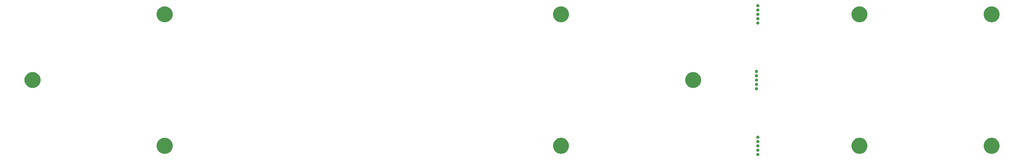
<source format=gbr>
G04 #@! TF.GenerationSoftware,KiCad,Pcbnew,(5.1.2-1)-1*
G04 #@! TF.CreationDate,2020-02-22T12:26:48-06:00*
G04 #@! TF.ProjectId,therick64BA_top_plate,74686572-6963-46b3-9634-42415f746f70,rev?*
G04 #@! TF.SameCoordinates,Original*
G04 #@! TF.FileFunction,Soldermask,Top*
G04 #@! TF.FilePolarity,Negative*
%FSLAX46Y46*%
G04 Gerber Fmt 4.6, Leading zero omitted, Abs format (unit mm)*
G04 Created by KiCad (PCBNEW (5.1.2-1)-1) date 2020-02-22 12:26:48*
%MOMM*%
%LPD*%
G04 APERTURE LIST*
%ADD10C,0.100000*%
G04 APERTURE END LIST*
D10*
G36*
X273731552Y-93646331D02*
G01*
X273813627Y-93680328D01*
X273813629Y-93680329D01*
X273850813Y-93705175D01*
X273887495Y-93729685D01*
X273950315Y-93792505D01*
X273999672Y-93866373D01*
X274033669Y-93948448D01*
X274051000Y-94035579D01*
X274051000Y-94124421D01*
X274033669Y-94211552D01*
X273999672Y-94293627D01*
X273999671Y-94293629D01*
X273950314Y-94367496D01*
X273887496Y-94430314D01*
X273813629Y-94479671D01*
X273813628Y-94479672D01*
X273813627Y-94479672D01*
X273731552Y-94513669D01*
X273644421Y-94531000D01*
X273555579Y-94531000D01*
X273468448Y-94513669D01*
X273386373Y-94479672D01*
X273386372Y-94479672D01*
X273386371Y-94479671D01*
X273312504Y-94430314D01*
X273249686Y-94367496D01*
X273200329Y-94293629D01*
X273200328Y-94293627D01*
X273166331Y-94211552D01*
X273149000Y-94124421D01*
X273149000Y-94035579D01*
X273166331Y-93948448D01*
X273200328Y-93866373D01*
X273249685Y-93792505D01*
X273312505Y-93729685D01*
X273349187Y-93705175D01*
X273386371Y-93680329D01*
X273386373Y-93680328D01*
X273468448Y-93646331D01*
X273555579Y-93629000D01*
X273644421Y-93629000D01*
X273731552Y-93646331D01*
X273731552Y-93646331D01*
G37*
G36*
X303308903Y-89323213D02*
G01*
X303531177Y-89367426D01*
X303949932Y-89540880D01*
X304326802Y-89792696D01*
X304647304Y-90113198D01*
X304899120Y-90490068D01*
X305072574Y-90908823D01*
X305161000Y-91353371D01*
X305161000Y-91806629D01*
X305072574Y-92251177D01*
X304899120Y-92669932D01*
X304647304Y-93046802D01*
X304326802Y-93367304D01*
X303949932Y-93619120D01*
X303531177Y-93792574D01*
X303308903Y-93836787D01*
X303086630Y-93881000D01*
X302633370Y-93881000D01*
X302411097Y-93836787D01*
X302188823Y-93792574D01*
X301770068Y-93619120D01*
X301393198Y-93367304D01*
X301072696Y-93046802D01*
X300820880Y-92669932D01*
X300647426Y-92251177D01*
X300559000Y-91806629D01*
X300559000Y-91353371D01*
X300647426Y-90908823D01*
X300820880Y-90490068D01*
X301072696Y-90113198D01*
X301393198Y-89792696D01*
X301770068Y-89540880D01*
X302188823Y-89367426D01*
X302411097Y-89323213D01*
X302633370Y-89279000D01*
X303086630Y-89279000D01*
X303308903Y-89323213D01*
X303308903Y-89323213D01*
G37*
G36*
X217428903Y-89323213D02*
G01*
X217651177Y-89367426D01*
X218069932Y-89540880D01*
X218446802Y-89792696D01*
X218767304Y-90113198D01*
X219019120Y-90490068D01*
X219192574Y-90908823D01*
X219281000Y-91353371D01*
X219281000Y-91806629D01*
X219192574Y-92251177D01*
X219019120Y-92669932D01*
X218767304Y-93046802D01*
X218446802Y-93367304D01*
X218069932Y-93619120D01*
X217651177Y-93792574D01*
X217428903Y-93836787D01*
X217206630Y-93881000D01*
X216753370Y-93881000D01*
X216531097Y-93836787D01*
X216308823Y-93792574D01*
X215890068Y-93619120D01*
X215513198Y-93367304D01*
X215192696Y-93046802D01*
X214940880Y-92669932D01*
X214767426Y-92251177D01*
X214679000Y-91806629D01*
X214679000Y-91353371D01*
X214767426Y-90908823D01*
X214940880Y-90490068D01*
X215192696Y-90113198D01*
X215513198Y-89792696D01*
X215890068Y-89540880D01*
X216308823Y-89367426D01*
X216531097Y-89323213D01*
X216753370Y-89279000D01*
X217206630Y-89279000D01*
X217428903Y-89323213D01*
X217428903Y-89323213D01*
G37*
G36*
X103428903Y-89323213D02*
G01*
X103651177Y-89367426D01*
X104069932Y-89540880D01*
X104446802Y-89792696D01*
X104767304Y-90113198D01*
X105019120Y-90490068D01*
X105192574Y-90908823D01*
X105281000Y-91353371D01*
X105281000Y-91806629D01*
X105192574Y-92251177D01*
X105019120Y-92669932D01*
X104767304Y-93046802D01*
X104446802Y-93367304D01*
X104069932Y-93619120D01*
X103651177Y-93792574D01*
X103428903Y-93836787D01*
X103206630Y-93881000D01*
X102753370Y-93881000D01*
X102531097Y-93836787D01*
X102308823Y-93792574D01*
X101890068Y-93619120D01*
X101513198Y-93367304D01*
X101192696Y-93046802D01*
X100940880Y-92669932D01*
X100767426Y-92251177D01*
X100679000Y-91806629D01*
X100679000Y-91353371D01*
X100767426Y-90908823D01*
X100940880Y-90490068D01*
X101192696Y-90113198D01*
X101513198Y-89792696D01*
X101890068Y-89540880D01*
X102308823Y-89367426D01*
X102531097Y-89323213D01*
X102753370Y-89279000D01*
X103206630Y-89279000D01*
X103428903Y-89323213D01*
X103428903Y-89323213D01*
G37*
G36*
X341308903Y-89323213D02*
G01*
X341531177Y-89367426D01*
X341949932Y-89540880D01*
X342326802Y-89792696D01*
X342647304Y-90113198D01*
X342899120Y-90490068D01*
X343072574Y-90908823D01*
X343161000Y-91353371D01*
X343161000Y-91806629D01*
X343072574Y-92251177D01*
X342899120Y-92669932D01*
X342647304Y-93046802D01*
X342326802Y-93367304D01*
X341949932Y-93619120D01*
X341531177Y-93792574D01*
X341308903Y-93836787D01*
X341086630Y-93881000D01*
X340633370Y-93881000D01*
X340411097Y-93836787D01*
X340188823Y-93792574D01*
X339770068Y-93619120D01*
X339393198Y-93367304D01*
X339072696Y-93046802D01*
X338820880Y-92669932D01*
X338647426Y-92251177D01*
X338559000Y-91806629D01*
X338559000Y-91353371D01*
X338647426Y-90908823D01*
X338820880Y-90490068D01*
X339072696Y-90113198D01*
X339393198Y-89792696D01*
X339770068Y-89540880D01*
X340188823Y-89367426D01*
X340411097Y-89323213D01*
X340633370Y-89279000D01*
X341086630Y-89279000D01*
X341308903Y-89323213D01*
X341308903Y-89323213D01*
G37*
G36*
X273731552Y-92396331D02*
G01*
X273813627Y-92430328D01*
X273813629Y-92430329D01*
X273850813Y-92455175D01*
X273887495Y-92479685D01*
X273950315Y-92542505D01*
X273999672Y-92616373D01*
X274033669Y-92698448D01*
X274051000Y-92785579D01*
X274051000Y-92874421D01*
X274033669Y-92961552D01*
X273999672Y-93043627D01*
X273999671Y-93043629D01*
X273950314Y-93117496D01*
X273887496Y-93180314D01*
X273813629Y-93229671D01*
X273813628Y-93229672D01*
X273813627Y-93229672D01*
X273731552Y-93263669D01*
X273644421Y-93281000D01*
X273555579Y-93281000D01*
X273468448Y-93263669D01*
X273386373Y-93229672D01*
X273386372Y-93229672D01*
X273386371Y-93229671D01*
X273312504Y-93180314D01*
X273249686Y-93117496D01*
X273200329Y-93043629D01*
X273200328Y-93043627D01*
X273166331Y-92961552D01*
X273149000Y-92874421D01*
X273149000Y-92785579D01*
X273166331Y-92698448D01*
X273200328Y-92616373D01*
X273249685Y-92542505D01*
X273312505Y-92479685D01*
X273349187Y-92455175D01*
X273386371Y-92430329D01*
X273386373Y-92430328D01*
X273468448Y-92396331D01*
X273555579Y-92379000D01*
X273644421Y-92379000D01*
X273731552Y-92396331D01*
X273731552Y-92396331D01*
G37*
G36*
X273731552Y-91146331D02*
G01*
X273813627Y-91180328D01*
X273813629Y-91180329D01*
X273887496Y-91229686D01*
X273950314Y-91292504D01*
X273990985Y-91353371D01*
X273999672Y-91366373D01*
X274033669Y-91448448D01*
X274051000Y-91535579D01*
X274051000Y-91624421D01*
X274033669Y-91711552D01*
X273999672Y-91793627D01*
X273999671Y-91793629D01*
X273950314Y-91867496D01*
X273887496Y-91930314D01*
X273813629Y-91979671D01*
X273813628Y-91979672D01*
X273813627Y-91979672D01*
X273731552Y-92013669D01*
X273644421Y-92031000D01*
X273555579Y-92031000D01*
X273468448Y-92013669D01*
X273386373Y-91979672D01*
X273386372Y-91979672D01*
X273386371Y-91979671D01*
X273312504Y-91930314D01*
X273249686Y-91867496D01*
X273200329Y-91793629D01*
X273200328Y-91793627D01*
X273166331Y-91711552D01*
X273149000Y-91624421D01*
X273149000Y-91535579D01*
X273166331Y-91448448D01*
X273200328Y-91366373D01*
X273209016Y-91353371D01*
X273249686Y-91292504D01*
X273312504Y-91229686D01*
X273386371Y-91180329D01*
X273386373Y-91180328D01*
X273468448Y-91146331D01*
X273555579Y-91129000D01*
X273644421Y-91129000D01*
X273731552Y-91146331D01*
X273731552Y-91146331D01*
G37*
G36*
X273731552Y-89896331D02*
G01*
X273813627Y-89930328D01*
X273813629Y-89930329D01*
X273887496Y-89979686D01*
X273950314Y-90042504D01*
X273997552Y-90113199D01*
X273999672Y-90116373D01*
X274033669Y-90198448D01*
X274051000Y-90285579D01*
X274051000Y-90374421D01*
X274033669Y-90461552D01*
X274021856Y-90490070D01*
X273999671Y-90543629D01*
X273950314Y-90617496D01*
X273887496Y-90680314D01*
X273813629Y-90729671D01*
X273813628Y-90729672D01*
X273813627Y-90729672D01*
X273731552Y-90763669D01*
X273644421Y-90781000D01*
X273555579Y-90781000D01*
X273468448Y-90763669D01*
X273386373Y-90729672D01*
X273386372Y-90729672D01*
X273386371Y-90729671D01*
X273312504Y-90680314D01*
X273249686Y-90617496D01*
X273200329Y-90543629D01*
X273178144Y-90490070D01*
X273166331Y-90461552D01*
X273149000Y-90374421D01*
X273149000Y-90285579D01*
X273166331Y-90198448D01*
X273200328Y-90116373D01*
X273202449Y-90113199D01*
X273249686Y-90042504D01*
X273312504Y-89979686D01*
X273386371Y-89930329D01*
X273386373Y-89930328D01*
X273468448Y-89896331D01*
X273555579Y-89879000D01*
X273644421Y-89879000D01*
X273731552Y-89896331D01*
X273731552Y-89896331D01*
G37*
G36*
X273731552Y-88646331D02*
G01*
X273813627Y-88680328D01*
X273813629Y-88680329D01*
X273850813Y-88705175D01*
X273887495Y-88729685D01*
X273950315Y-88792505D01*
X273999672Y-88866373D01*
X274033669Y-88948448D01*
X274051000Y-89035579D01*
X274051000Y-89124421D01*
X274033669Y-89211552D01*
X273999672Y-89293627D01*
X273999671Y-89293629D01*
X273950314Y-89367496D01*
X273887496Y-89430314D01*
X273813629Y-89479671D01*
X273813628Y-89479672D01*
X273813627Y-89479672D01*
X273731552Y-89513669D01*
X273644421Y-89531000D01*
X273555579Y-89531000D01*
X273468448Y-89513669D01*
X273386373Y-89479672D01*
X273386372Y-89479672D01*
X273386371Y-89479671D01*
X273312504Y-89430314D01*
X273249686Y-89367496D01*
X273200329Y-89293629D01*
X273200328Y-89293627D01*
X273166331Y-89211552D01*
X273149000Y-89124421D01*
X273149000Y-89035579D01*
X273166331Y-88948448D01*
X273200328Y-88866373D01*
X273249685Y-88792505D01*
X273312505Y-88729685D01*
X273349187Y-88705175D01*
X273386371Y-88680329D01*
X273386373Y-88680328D01*
X273468448Y-88646331D01*
X273555579Y-88629000D01*
X273644421Y-88629000D01*
X273731552Y-88646331D01*
X273731552Y-88646331D01*
G37*
G36*
X273351552Y-74646331D02*
G01*
X273433627Y-74680328D01*
X273433629Y-74680329D01*
X273470813Y-74705175D01*
X273507495Y-74729685D01*
X273570315Y-74792505D01*
X273619672Y-74866373D01*
X273653669Y-74948448D01*
X273671000Y-75035579D01*
X273671000Y-75124421D01*
X273653669Y-75211552D01*
X273619672Y-75293627D01*
X273619671Y-75293629D01*
X273570314Y-75367496D01*
X273507496Y-75430314D01*
X273433629Y-75479671D01*
X273433628Y-75479672D01*
X273433627Y-75479672D01*
X273351552Y-75513669D01*
X273264421Y-75531000D01*
X273175579Y-75531000D01*
X273088448Y-75513669D01*
X273006373Y-75479672D01*
X273006372Y-75479672D01*
X273006371Y-75479671D01*
X272932504Y-75430314D01*
X272869686Y-75367496D01*
X272820329Y-75293629D01*
X272820328Y-75293627D01*
X272786331Y-75211552D01*
X272769000Y-75124421D01*
X272769000Y-75035579D01*
X272786331Y-74948448D01*
X272820328Y-74866373D01*
X272869685Y-74792505D01*
X272932505Y-74729685D01*
X272969187Y-74705175D01*
X273006371Y-74680329D01*
X273006373Y-74680328D01*
X273088448Y-74646331D01*
X273175579Y-74629000D01*
X273264421Y-74629000D01*
X273351552Y-74646331D01*
X273351552Y-74646331D01*
G37*
G36*
X65428903Y-70323213D02*
G01*
X65651177Y-70367426D01*
X66069932Y-70540880D01*
X66446802Y-70792696D01*
X66767304Y-71113198D01*
X67019120Y-71490068D01*
X67192574Y-71908823D01*
X67281000Y-72353371D01*
X67281000Y-72806629D01*
X67192574Y-73251177D01*
X67019120Y-73669932D01*
X66767304Y-74046802D01*
X66446802Y-74367304D01*
X66069932Y-74619120D01*
X65651177Y-74792574D01*
X65428903Y-74836787D01*
X65206630Y-74881000D01*
X64753370Y-74881000D01*
X64531097Y-74836787D01*
X64308823Y-74792574D01*
X63890068Y-74619120D01*
X63513198Y-74367304D01*
X63192696Y-74046802D01*
X62940880Y-73669932D01*
X62767426Y-73251177D01*
X62679000Y-72806629D01*
X62679000Y-72353371D01*
X62767426Y-71908823D01*
X62940880Y-71490068D01*
X63192696Y-71113198D01*
X63513198Y-70792696D01*
X63890068Y-70540880D01*
X64308823Y-70367426D01*
X64531097Y-70323213D01*
X64753370Y-70279000D01*
X65206630Y-70279000D01*
X65428903Y-70323213D01*
X65428903Y-70323213D01*
G37*
G36*
X255428903Y-70323213D02*
G01*
X255651177Y-70367426D01*
X256069932Y-70540880D01*
X256446802Y-70792696D01*
X256767304Y-71113198D01*
X257019120Y-71490068D01*
X257192574Y-71908823D01*
X257281000Y-72353371D01*
X257281000Y-72806629D01*
X257192574Y-73251177D01*
X257019120Y-73669932D01*
X256767304Y-74046802D01*
X256446802Y-74367304D01*
X256069932Y-74619120D01*
X255651177Y-74792574D01*
X255428903Y-74836787D01*
X255206630Y-74881000D01*
X254753370Y-74881000D01*
X254531097Y-74836787D01*
X254308823Y-74792574D01*
X253890068Y-74619120D01*
X253513198Y-74367304D01*
X253192696Y-74046802D01*
X252940880Y-73669932D01*
X252767426Y-73251177D01*
X252679000Y-72806629D01*
X252679000Y-72353371D01*
X252767426Y-71908823D01*
X252940880Y-71490068D01*
X253192696Y-71113198D01*
X253513198Y-70792696D01*
X253890068Y-70540880D01*
X254308823Y-70367426D01*
X254531097Y-70323213D01*
X254753370Y-70279000D01*
X255206630Y-70279000D01*
X255428903Y-70323213D01*
X255428903Y-70323213D01*
G37*
G36*
X273351552Y-73396331D02*
G01*
X273433627Y-73430328D01*
X273433629Y-73430329D01*
X273470813Y-73455175D01*
X273507495Y-73479685D01*
X273570315Y-73542505D01*
X273619672Y-73616373D01*
X273653669Y-73698448D01*
X273671000Y-73785579D01*
X273671000Y-73874421D01*
X273653669Y-73961552D01*
X273619672Y-74043627D01*
X273619671Y-74043629D01*
X273570314Y-74117496D01*
X273507496Y-74180314D01*
X273433629Y-74229671D01*
X273433628Y-74229672D01*
X273433627Y-74229672D01*
X273351552Y-74263669D01*
X273264421Y-74281000D01*
X273175579Y-74281000D01*
X273088448Y-74263669D01*
X273006373Y-74229672D01*
X273006372Y-74229672D01*
X273006371Y-74229671D01*
X272932504Y-74180314D01*
X272869686Y-74117496D01*
X272820329Y-74043629D01*
X272820328Y-74043627D01*
X272786331Y-73961552D01*
X272769000Y-73874421D01*
X272769000Y-73785579D01*
X272786331Y-73698448D01*
X272820328Y-73616373D01*
X272869685Y-73542505D01*
X272932505Y-73479685D01*
X272969187Y-73455175D01*
X273006371Y-73430329D01*
X273006373Y-73430328D01*
X273088448Y-73396331D01*
X273175579Y-73379000D01*
X273264421Y-73379000D01*
X273351552Y-73396331D01*
X273351552Y-73396331D01*
G37*
G36*
X273351552Y-72146331D02*
G01*
X273433627Y-72180328D01*
X273433629Y-72180329D01*
X273507496Y-72229686D01*
X273570314Y-72292504D01*
X273610985Y-72353371D01*
X273619672Y-72366373D01*
X273653669Y-72448448D01*
X273671000Y-72535579D01*
X273671000Y-72624421D01*
X273653669Y-72711552D01*
X273619672Y-72793627D01*
X273619671Y-72793629D01*
X273570314Y-72867496D01*
X273507496Y-72930314D01*
X273433629Y-72979671D01*
X273433628Y-72979672D01*
X273433627Y-72979672D01*
X273351552Y-73013669D01*
X273264421Y-73031000D01*
X273175579Y-73031000D01*
X273088448Y-73013669D01*
X273006373Y-72979672D01*
X273006372Y-72979672D01*
X273006371Y-72979671D01*
X272932504Y-72930314D01*
X272869686Y-72867496D01*
X272820329Y-72793629D01*
X272820328Y-72793627D01*
X272786331Y-72711552D01*
X272769000Y-72624421D01*
X272769000Y-72535579D01*
X272786331Y-72448448D01*
X272820328Y-72366373D01*
X272829016Y-72353371D01*
X272869686Y-72292504D01*
X272932504Y-72229686D01*
X273006371Y-72180329D01*
X273006373Y-72180328D01*
X273088448Y-72146331D01*
X273175579Y-72129000D01*
X273264421Y-72129000D01*
X273351552Y-72146331D01*
X273351552Y-72146331D01*
G37*
G36*
X273351552Y-70896331D02*
G01*
X273433627Y-70930328D01*
X273433629Y-70930329D01*
X273507496Y-70979686D01*
X273570314Y-71042504D01*
X273617552Y-71113199D01*
X273619672Y-71116373D01*
X273653669Y-71198448D01*
X273671000Y-71285579D01*
X273671000Y-71374421D01*
X273653669Y-71461552D01*
X273641856Y-71490070D01*
X273619671Y-71543629D01*
X273570314Y-71617496D01*
X273507496Y-71680314D01*
X273433629Y-71729671D01*
X273433628Y-71729672D01*
X273433627Y-71729672D01*
X273351552Y-71763669D01*
X273264421Y-71781000D01*
X273175579Y-71781000D01*
X273088448Y-71763669D01*
X273006373Y-71729672D01*
X273006372Y-71729672D01*
X273006371Y-71729671D01*
X272932504Y-71680314D01*
X272869686Y-71617496D01*
X272820329Y-71543629D01*
X272798144Y-71490070D01*
X272786331Y-71461552D01*
X272769000Y-71374421D01*
X272769000Y-71285579D01*
X272786331Y-71198448D01*
X272820328Y-71116373D01*
X272822449Y-71113199D01*
X272869686Y-71042504D01*
X272932504Y-70979686D01*
X273006371Y-70930329D01*
X273006373Y-70930328D01*
X273088448Y-70896331D01*
X273175579Y-70879000D01*
X273264421Y-70879000D01*
X273351552Y-70896331D01*
X273351552Y-70896331D01*
G37*
G36*
X273351552Y-69646331D02*
G01*
X273433627Y-69680328D01*
X273433629Y-69680329D01*
X273470813Y-69705175D01*
X273507495Y-69729685D01*
X273570315Y-69792505D01*
X273619672Y-69866373D01*
X273653669Y-69948448D01*
X273671000Y-70035579D01*
X273671000Y-70124421D01*
X273653669Y-70211552D01*
X273619672Y-70293627D01*
X273619671Y-70293629D01*
X273570314Y-70367496D01*
X273507496Y-70430314D01*
X273433629Y-70479671D01*
X273433628Y-70479672D01*
X273433627Y-70479672D01*
X273351552Y-70513669D01*
X273264421Y-70531000D01*
X273175579Y-70531000D01*
X273088448Y-70513669D01*
X273006373Y-70479672D01*
X273006372Y-70479672D01*
X273006371Y-70479671D01*
X272932504Y-70430314D01*
X272869686Y-70367496D01*
X272820329Y-70293629D01*
X272820328Y-70293627D01*
X272786331Y-70211552D01*
X272769000Y-70124421D01*
X272769000Y-70035579D01*
X272786331Y-69948448D01*
X272820328Y-69866373D01*
X272869685Y-69792505D01*
X272932505Y-69729685D01*
X272969187Y-69705175D01*
X273006371Y-69680329D01*
X273006373Y-69680328D01*
X273088448Y-69646331D01*
X273175579Y-69629000D01*
X273264421Y-69629000D01*
X273351552Y-69646331D01*
X273351552Y-69646331D01*
G37*
G36*
X273731552Y-55646331D02*
G01*
X273813627Y-55680328D01*
X273813629Y-55680329D01*
X273850813Y-55705175D01*
X273887495Y-55729685D01*
X273950315Y-55792505D01*
X273999672Y-55866373D01*
X274033669Y-55948448D01*
X274051000Y-56035579D01*
X274051000Y-56124421D01*
X274033669Y-56211552D01*
X273999672Y-56293627D01*
X273999671Y-56293629D01*
X273950314Y-56367496D01*
X273887496Y-56430314D01*
X273813629Y-56479671D01*
X273813628Y-56479672D01*
X273813627Y-56479672D01*
X273731552Y-56513669D01*
X273644421Y-56531000D01*
X273555579Y-56531000D01*
X273468448Y-56513669D01*
X273386373Y-56479672D01*
X273386372Y-56479672D01*
X273386371Y-56479671D01*
X273312504Y-56430314D01*
X273249686Y-56367496D01*
X273200329Y-56293629D01*
X273200328Y-56293627D01*
X273166331Y-56211552D01*
X273149000Y-56124421D01*
X273149000Y-56035579D01*
X273166331Y-55948448D01*
X273200328Y-55866373D01*
X273249685Y-55792505D01*
X273312505Y-55729685D01*
X273349187Y-55705175D01*
X273386371Y-55680329D01*
X273386373Y-55680328D01*
X273468448Y-55646331D01*
X273555579Y-55629000D01*
X273644421Y-55629000D01*
X273731552Y-55646331D01*
X273731552Y-55646331D01*
G37*
G36*
X217428903Y-51323213D02*
G01*
X217651177Y-51367426D01*
X218069932Y-51540880D01*
X218446802Y-51792696D01*
X218767304Y-52113198D01*
X219019120Y-52490068D01*
X219192574Y-52908823D01*
X219281000Y-53353371D01*
X219281000Y-53806629D01*
X219192574Y-54251177D01*
X219019120Y-54669932D01*
X218767304Y-55046802D01*
X218446802Y-55367304D01*
X218069932Y-55619120D01*
X217651177Y-55792574D01*
X217428903Y-55836787D01*
X217206630Y-55881000D01*
X216753370Y-55881000D01*
X216531097Y-55836787D01*
X216308823Y-55792574D01*
X215890068Y-55619120D01*
X215513198Y-55367304D01*
X215192696Y-55046802D01*
X214940880Y-54669932D01*
X214767426Y-54251177D01*
X214679000Y-53806629D01*
X214679000Y-53353371D01*
X214767426Y-52908823D01*
X214940880Y-52490068D01*
X215192696Y-52113198D01*
X215513198Y-51792696D01*
X215890068Y-51540880D01*
X216308823Y-51367426D01*
X216531097Y-51323213D01*
X216753370Y-51279000D01*
X217206630Y-51279000D01*
X217428903Y-51323213D01*
X217428903Y-51323213D01*
G37*
G36*
X303308903Y-51323213D02*
G01*
X303531177Y-51367426D01*
X303949932Y-51540880D01*
X304326802Y-51792696D01*
X304647304Y-52113198D01*
X304899120Y-52490068D01*
X305072574Y-52908823D01*
X305161000Y-53353371D01*
X305161000Y-53806629D01*
X305072574Y-54251177D01*
X304899120Y-54669932D01*
X304647304Y-55046802D01*
X304326802Y-55367304D01*
X303949932Y-55619120D01*
X303531177Y-55792574D01*
X303308903Y-55836787D01*
X303086630Y-55881000D01*
X302633370Y-55881000D01*
X302411097Y-55836787D01*
X302188823Y-55792574D01*
X301770068Y-55619120D01*
X301393198Y-55367304D01*
X301072696Y-55046802D01*
X300820880Y-54669932D01*
X300647426Y-54251177D01*
X300559000Y-53806629D01*
X300559000Y-53353371D01*
X300647426Y-52908823D01*
X300820880Y-52490068D01*
X301072696Y-52113198D01*
X301393198Y-51792696D01*
X301770068Y-51540880D01*
X302188823Y-51367426D01*
X302411097Y-51323213D01*
X302633370Y-51279000D01*
X303086630Y-51279000D01*
X303308903Y-51323213D01*
X303308903Y-51323213D01*
G37*
G36*
X341308903Y-51323213D02*
G01*
X341531177Y-51367426D01*
X341949932Y-51540880D01*
X342326802Y-51792696D01*
X342647304Y-52113198D01*
X342899120Y-52490068D01*
X343072574Y-52908823D01*
X343161000Y-53353371D01*
X343161000Y-53806629D01*
X343072574Y-54251177D01*
X342899120Y-54669932D01*
X342647304Y-55046802D01*
X342326802Y-55367304D01*
X341949932Y-55619120D01*
X341531177Y-55792574D01*
X341308903Y-55836787D01*
X341086630Y-55881000D01*
X340633370Y-55881000D01*
X340411097Y-55836787D01*
X340188823Y-55792574D01*
X339770068Y-55619120D01*
X339393198Y-55367304D01*
X339072696Y-55046802D01*
X338820880Y-54669932D01*
X338647426Y-54251177D01*
X338559000Y-53806629D01*
X338559000Y-53353371D01*
X338647426Y-52908823D01*
X338820880Y-52490068D01*
X339072696Y-52113198D01*
X339393198Y-51792696D01*
X339770068Y-51540880D01*
X340188823Y-51367426D01*
X340411097Y-51323213D01*
X340633370Y-51279000D01*
X341086630Y-51279000D01*
X341308903Y-51323213D01*
X341308903Y-51323213D01*
G37*
G36*
X103428903Y-51323213D02*
G01*
X103651177Y-51367426D01*
X104069932Y-51540880D01*
X104446802Y-51792696D01*
X104767304Y-52113198D01*
X105019120Y-52490068D01*
X105192574Y-52908823D01*
X105281000Y-53353371D01*
X105281000Y-53806629D01*
X105192574Y-54251177D01*
X105019120Y-54669932D01*
X104767304Y-55046802D01*
X104446802Y-55367304D01*
X104069932Y-55619120D01*
X103651177Y-55792574D01*
X103428903Y-55836787D01*
X103206630Y-55881000D01*
X102753370Y-55881000D01*
X102531097Y-55836787D01*
X102308823Y-55792574D01*
X101890068Y-55619120D01*
X101513198Y-55367304D01*
X101192696Y-55046802D01*
X100940880Y-54669932D01*
X100767426Y-54251177D01*
X100679000Y-53806629D01*
X100679000Y-53353371D01*
X100767426Y-52908823D01*
X100940880Y-52490068D01*
X101192696Y-52113198D01*
X101513198Y-51792696D01*
X101890068Y-51540880D01*
X102308823Y-51367426D01*
X102531097Y-51323213D01*
X102753370Y-51279000D01*
X103206630Y-51279000D01*
X103428903Y-51323213D01*
X103428903Y-51323213D01*
G37*
G36*
X273731552Y-54396331D02*
G01*
X273813627Y-54430328D01*
X273813629Y-54430329D01*
X273850813Y-54455175D01*
X273887495Y-54479685D01*
X273950315Y-54542505D01*
X273999672Y-54616373D01*
X274033669Y-54698448D01*
X274051000Y-54785579D01*
X274051000Y-54874421D01*
X274033669Y-54961552D01*
X273999672Y-55043627D01*
X273999671Y-55043629D01*
X273950314Y-55117496D01*
X273887496Y-55180314D01*
X273813629Y-55229671D01*
X273813628Y-55229672D01*
X273813627Y-55229672D01*
X273731552Y-55263669D01*
X273644421Y-55281000D01*
X273555579Y-55281000D01*
X273468448Y-55263669D01*
X273386373Y-55229672D01*
X273386372Y-55229672D01*
X273386371Y-55229671D01*
X273312504Y-55180314D01*
X273249686Y-55117496D01*
X273200329Y-55043629D01*
X273200328Y-55043627D01*
X273166331Y-54961552D01*
X273149000Y-54874421D01*
X273149000Y-54785579D01*
X273166331Y-54698448D01*
X273200328Y-54616373D01*
X273249685Y-54542505D01*
X273312505Y-54479685D01*
X273349187Y-54455175D01*
X273386371Y-54430329D01*
X273386373Y-54430328D01*
X273468448Y-54396331D01*
X273555579Y-54379000D01*
X273644421Y-54379000D01*
X273731552Y-54396331D01*
X273731552Y-54396331D01*
G37*
G36*
X273731552Y-53146331D02*
G01*
X273813627Y-53180328D01*
X273813629Y-53180329D01*
X273887496Y-53229686D01*
X273950314Y-53292504D01*
X273990985Y-53353371D01*
X273999672Y-53366373D01*
X274033669Y-53448448D01*
X274051000Y-53535579D01*
X274051000Y-53624421D01*
X274033669Y-53711552D01*
X273999672Y-53793627D01*
X273999671Y-53793629D01*
X273950314Y-53867496D01*
X273887496Y-53930314D01*
X273813629Y-53979671D01*
X273813628Y-53979672D01*
X273813627Y-53979672D01*
X273731552Y-54013669D01*
X273644421Y-54031000D01*
X273555579Y-54031000D01*
X273468448Y-54013669D01*
X273386373Y-53979672D01*
X273386372Y-53979672D01*
X273386371Y-53979671D01*
X273312504Y-53930314D01*
X273249686Y-53867496D01*
X273200329Y-53793629D01*
X273200328Y-53793627D01*
X273166331Y-53711552D01*
X273149000Y-53624421D01*
X273149000Y-53535579D01*
X273166331Y-53448448D01*
X273200328Y-53366373D01*
X273209016Y-53353371D01*
X273249686Y-53292504D01*
X273312504Y-53229686D01*
X273386371Y-53180329D01*
X273386373Y-53180328D01*
X273468448Y-53146331D01*
X273555579Y-53129000D01*
X273644421Y-53129000D01*
X273731552Y-53146331D01*
X273731552Y-53146331D01*
G37*
G36*
X273731552Y-51896331D02*
G01*
X273813627Y-51930328D01*
X273813629Y-51930329D01*
X273887496Y-51979686D01*
X273950314Y-52042504D01*
X273997552Y-52113199D01*
X273999672Y-52116373D01*
X274033669Y-52198448D01*
X274051000Y-52285579D01*
X274051000Y-52374421D01*
X274033669Y-52461552D01*
X274021856Y-52490070D01*
X273999671Y-52543629D01*
X273950314Y-52617496D01*
X273887496Y-52680314D01*
X273813629Y-52729671D01*
X273813628Y-52729672D01*
X273813627Y-52729672D01*
X273731552Y-52763669D01*
X273644421Y-52781000D01*
X273555579Y-52781000D01*
X273468448Y-52763669D01*
X273386373Y-52729672D01*
X273386372Y-52729672D01*
X273386371Y-52729671D01*
X273312504Y-52680314D01*
X273249686Y-52617496D01*
X273200329Y-52543629D01*
X273178144Y-52490070D01*
X273166331Y-52461552D01*
X273149000Y-52374421D01*
X273149000Y-52285579D01*
X273166331Y-52198448D01*
X273200328Y-52116373D01*
X273202449Y-52113199D01*
X273249686Y-52042504D01*
X273312504Y-51979686D01*
X273386371Y-51930329D01*
X273386373Y-51930328D01*
X273468448Y-51896331D01*
X273555579Y-51879000D01*
X273644421Y-51879000D01*
X273731552Y-51896331D01*
X273731552Y-51896331D01*
G37*
G36*
X273731552Y-50646331D02*
G01*
X273813627Y-50680328D01*
X273813629Y-50680329D01*
X273850813Y-50705175D01*
X273887495Y-50729685D01*
X273950315Y-50792505D01*
X273999672Y-50866373D01*
X274033669Y-50948448D01*
X274051000Y-51035579D01*
X274051000Y-51124421D01*
X274033669Y-51211552D01*
X273999672Y-51293627D01*
X273999671Y-51293629D01*
X273950314Y-51367496D01*
X273887496Y-51430314D01*
X273813629Y-51479671D01*
X273813628Y-51479672D01*
X273813627Y-51479672D01*
X273731552Y-51513669D01*
X273644421Y-51531000D01*
X273555579Y-51531000D01*
X273468448Y-51513669D01*
X273386373Y-51479672D01*
X273386372Y-51479672D01*
X273386371Y-51479671D01*
X273312504Y-51430314D01*
X273249686Y-51367496D01*
X273200329Y-51293629D01*
X273200328Y-51293627D01*
X273166331Y-51211552D01*
X273149000Y-51124421D01*
X273149000Y-51035579D01*
X273166331Y-50948448D01*
X273200328Y-50866373D01*
X273249685Y-50792505D01*
X273312505Y-50729685D01*
X273349187Y-50705175D01*
X273386371Y-50680329D01*
X273386373Y-50680328D01*
X273468448Y-50646331D01*
X273555579Y-50629000D01*
X273644421Y-50629000D01*
X273731552Y-50646331D01*
X273731552Y-50646331D01*
G37*
M02*

</source>
